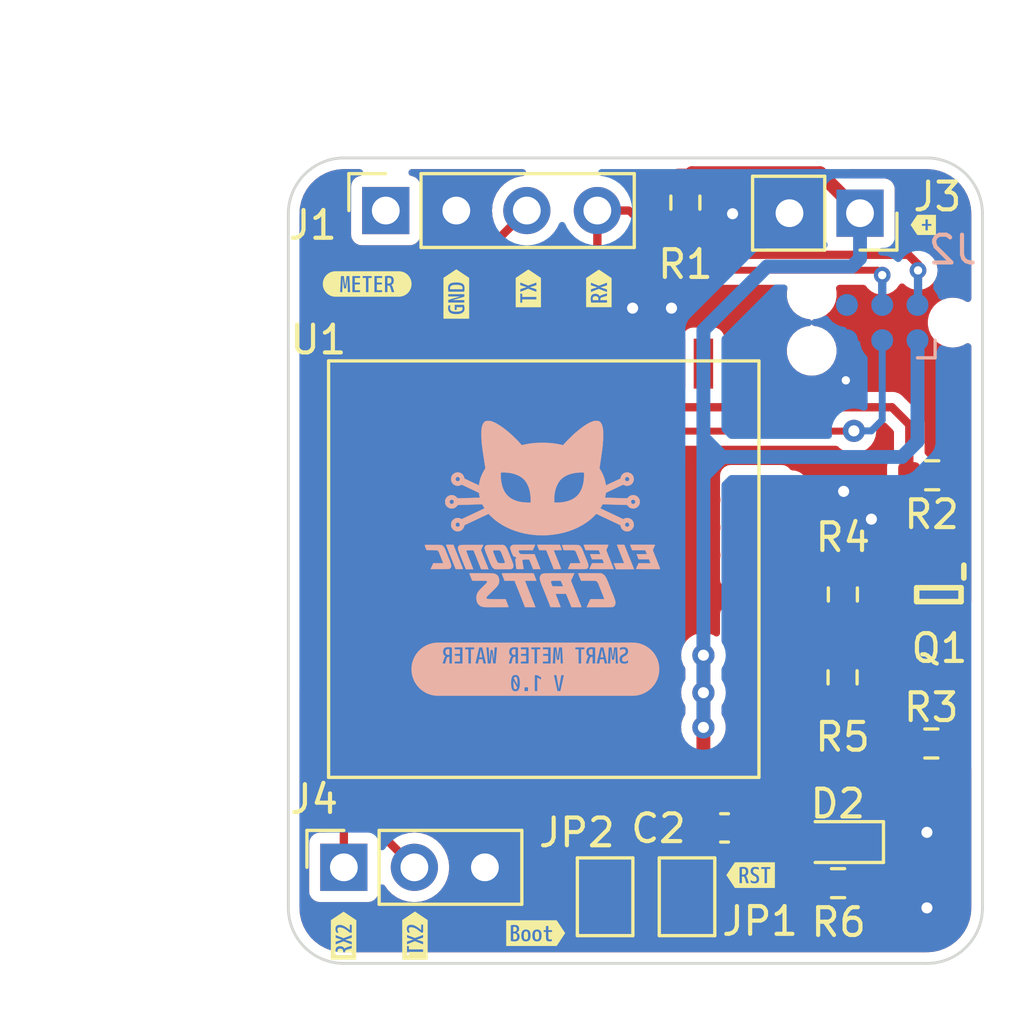
<source format=kicad_pcb>
(kicad_pcb (version 20211014) (generator pcbnew)
  (layers (0 "F.Cu" signal) (31 "B.Cu" signal) (34 "B.Paste" user) (35 "F.Paste" user) (36 "B.SilkS" user "B.Silkscreen") (37 "F.SilkS" user "F.Silkscreen") (38 "B.Mask" user) (39 "F.Mask" user) (44 "Edge.Cuts" user))
  (net 0 "")
  (net 1 "+3V3")
  (net 2 "GND")
  (net 3 "Net-(D2-Pad1)")
  (net 5 "/TX")
  (net 6 "/RX")
  (net 7 "/SWDIO")
  (net 8 "/RST")
  (net 9 "/SWCLK")
  (net 11 "/BOOT0")
  (net 12 "/D1")
  (net 13 "Net-(Q1-Pad3)")
  (net 14 "Net-(Q1-Pad4)")
  (net 15 "Net-(Q1-Pad5)")
  (net 16 "/AN1")
  (net 17 "/RX2")
  (net 18 "/TX2")
  (net 22 "/ANT")
  (net 30 "/LED")
  (footprint "kibuzzard-62CC88A2" (layer "F.Cu") (at 68.56 67 90)
    (fp_text reference "kibuzzard-62CC88A2" hide)
    (fp_text value "G***" hide)
  )
  (footprint "Capacitor_SMD:C_0603_1608Metric" (layer "F.Cu") (at 79.71 63.12)
    (fp_text reference "C2" (at -2.38 0.02) (layer "F.SilkS"))
    (fp_text value "10uF")
    (pad "1" smd roundrect (at -0.775 0) (size 0.9 0.95) (layers "F.Cu" "F.Paste" "F.Mask") (net 1 "+3V3"))
    (pad "2" smd roundrect (at 0.775 0) (size 0.9 0.95) (layers "F.Cu" "F.Paste" "F.Mask") (net 2 "GND"))
  )
  (footprint "kibuzzard-62CC3FEE" (layer "F.Cu") (at 80.65 64.82)
    (fp_text reference "kibuzzard-62CC3FEE" hide)
    (fp_text value "G***" hide)
  )
  (footprint "Connector_PinSocket_2.54mm:PinSocket_1x03_P2.54mm_Vertical" (layer "F.Cu") (at 66 64.54 90)
    (fp_text reference "J4" (at 2.45 -1.07 180) (layer "F.SilkS"))
    (fp_text value "Conn_01x03")
    (pad "1" thru_hole rect (at 0 0 90) (size 1.7 1.7) (drill 1) (layers *.Cu *.Mask) (net 17 "/RX2"))
    (pad "2" thru_hole oval (at 0 2.54 90) (size 1.7 1.7) (drill 1) (layers *.Cu *.Mask) (net 18 "/TX2"))
    (pad "3" thru_hole oval (at 0 5.08 90) (size 1.7 1.7) (drill 1) (layers *.Cu *.Mask) (net 2 "GND"))
  )
  (footprint "Resistor_SMD:R_0603_1608Metric" (layer "F.Cu") (at 87.16 60.08)
    (fp_text reference "R3" (at -0.005 -1.3) (layer "F.SilkS"))
    (fp_text value "1M")
    (pad "1" smd roundrect (at -0.825 0) (size 0.8 0.95) (layers "F.Cu" "F.Paste" "F.Mask") (net 14 "Net-(Q1-Pad4)"))
    (pad "2" smd roundrect (at 0.825 0) (size 0.8 0.95) (layers "F.Cu" "F.Paste" "F.Mask") (net 15 "Net-(Q1-Pad5)"))
  )
  (footprint "LED_SMD:LED_0603_1608Metric_Pad1.05x0.95mm_HandSolder" (layer "F.Cu") (at 83.775 63.63 180)
    (fp_text reference "D2" (at -0.015 1.38) (layer "F.SilkS"))
    (fp_text value "D13")
    (pad "1" smd roundrect (at -0.875 0 180) (size 1.05 0.95) (layers "F.Cu" "F.Paste" "F.Mask") (net 3 "Net-(D2-Pad1)"))
    (pad "2" smd roundrect (at 0.875 0 180) (size 1.05 0.95) (layers "F.Cu" "F.Paste" "F.Mask") (net 30 "/LED"))
  )
  (footprint "kibuzzard-62CC3FD0" (layer "F.Cu") (at 72.91 66.91)
    (fp_text reference "kibuzzard-62CC3FD0" hide)
    (fp_text value "G***" hide)
  )
  (footprint "Jumper:SolderJumper-2_P1.3mm_Open_Pad1.0x1.5mm" (layer "F.Cu") (at 78.36 65.6 -90)
    (fp_text reference "JP1" (at 0.88 -2.63 180) (layer "F.SilkS"))
    (fp_text value "RST")
    (pad "1" smd rect (at -0.65 0 270) (size 1 1.5) (layers "F.Cu" "F.Mask") (net 8 "/RST"))
    (pad "2" smd rect (at 0.65 0 270) (size 1 1.5) (layers "F.Cu" "F.Mask") (net 2 "GND"))
  )
  (footprint "Connector_PinSocket_2.54mm:PinSocket_1x02_P2.54mm_Vertical" (layer "F.Cu") (at 84.59 40.98 -90)
    (fp_text reference "J3" (at -0.594 -2.786) (layer "F.SilkS"))
    (fp_text value "Conn_Battery")
    (pad "1" thru_hole rect (at 0 0 270) (size 1.7 1.7) (drill 1) (layers *.Cu *.Mask) (net 1 "+3V3"))
    (pad "2" thru_hole oval (at 0 2.54 270) (size 1.7 1.7) (drill 1) (layers *.Cu *.Mask) (net 2 "GND"))
  )
  (footprint "Jumper:SolderJumper-2_P1.3mm_Open_Pad1.0x1.5mm" (layer "F.Cu") (at 75.41 65.6 -90)
    (fp_text reference "JP2" (at -2.31 1.02 180) (layer "F.SilkS"))
    (fp_text value "BOOT0")
    (pad "1" smd rect (at -0.65 0 270) (size 1 1.5) (layers "F.Cu" "F.Mask") (net 11 "/BOOT0"))
    (pad "2" smd rect (at 0.65 0 270) (size 1 1.5) (layers "F.Cu" "F.Mask") (net 2 "GND"))
  )
  (footprint "Resistor_SMD:R_0603_1608Metric" (layer "F.Cu") (at 83.9725 54.7125 -90)
    (fp_text reference "R4" (at -2.055 0 180) (layer "F.SilkS"))
    (fp_text value "1M5")
    (pad "1" smd roundrect (at -0.825 0 270) (size 0.8 0.95) (layers "F.Cu" "F.Paste" "F.Mask") (net 13 "Net-(Q1-Pad3)"))
    (pad "2" smd roundrect (at 0.825 0 270) (size 0.8 0.95) (layers "F.Cu" "F.Paste" "F.Mask") (net 16 "/AN1"))
  )
  (footprint "SSM6L56FE:SOTFL50P160X60-6N" (layer "F.Cu") (at 87.43 54.72 -90)
    (fp_text reference "Q1" (at 1.93 -0.02 180) (layer "F.SilkS"))
    (fp_text value "SSM6L56FE" hide)
    (pad "1" smd rect (at -0.832 -0.5) (size 0.3 0.465) (layers "F.Cu" "F.Paste" "F.Mask") (net 2 "GND"))
    (pad "2" smd rect (at -0.832 0) (size 0.3 0.465) (layers "F.Cu" "F.Paste" "F.Mask") (net 12 "/D1"))
    (pad "3" smd rect (at -0.832 0.5) (size 0.3 0.465) (layers "F.Cu" "F.Paste" "F.Mask") (net 13 "Net-(Q1-Pad3)"))
    (pad "4" smd rect (at 0.832 0.5) (size 0.3 0.465) (layers "F.Cu" "F.Paste" "F.Mask") (net 14 "Net-(Q1-Pad4)"))
    (pad "5" smd rect (at 0.832 0) (size 0.3 0.465) (layers "F.Cu" "F.Paste" "F.Mask") (net 15 "Net-(Q1-Pad5)"))
    (pad "6" smd rect (at 0.832 -0.5) (size 0.3 0.465) (layers "F.Cu" "F.Paste" "F.Mask") (net 15 "Net-(Q1-Pad5)"))
  )
  (footprint "Resistor_SMD:R_0603_1608Metric" (layer "F.Cu") (at 78.3 40.6 -90)
    (fp_text reference "R1" (at 2.22 0 180) (layer "F.SilkS"))
    (fp_text value "3.3K")
    (pad "1" smd roundrect (at -0.825 0 270) (size 0.8 0.95) (layers "F.Cu" "F.Paste" "F.Mask") (net 1 "+3V3"))
    (pad "2" smd roundrect (at 0.825 0 270) (size 0.8 0.95) (layers "F.Cu" "F.Paste" "F.Mask") (net 6 "/RX"))
  )
  (footprint "kibuzzard-62CC4077" (layer "F.Cu") (at 72.644 43.688 90)
    (fp_text reference "kibuzzard-62CC4077" hide)
    (fp_text value "G***" hide)
  )
  (footprint "kibuzzard-62CC9176" (layer "F.Cu") (at 66.84 43.53)
    (fp_text reference "kibuzzard-62CC9176" hide)
    (fp_text value "G***" hide)
  )
  (footprint "kibuzzard-62CC4057" (layer "F.Cu") (at 86.868 41.402)
    (fp_text reference "kibuzzard-62CC4057" hide)
    (fp_text value "G***" hide)
  )
  (footprint "Connector_PinSocket_2.54mm:PinSocket_1x04_P2.54mm_Vertical" (layer "F.Cu") (at 67.51 40.885 90)
    (fp_text reference "J1" (at -0.525 -2.63 180) (layer "F.SilkS"))
    (fp_text value "Conn_Smart meter")
    (pad "1" thru_hole rect (at 0 0 90) (size 1.7 1.7) (drill 1) (layers *.Cu *.Mask))
    (pad "2" thru_hole oval (at 0 2.54 90) (size 1.7 1.7) (drill 1) (layers *.Cu *.Mask) (net 2 "GND"))
    (pad "3" thru_hole oval (at 0 5.08 90) (size 1.7 1.7) (drill 1) (layers *.Cu *.Mask) (net 5 "/TX"))
    (pad "4" thru_hole oval (at 0 7.62 90) (size 1.7 1.7) (drill 1) (layers *.Cu *.Mask) (net 6 "/RX"))
  )
  (footprint "Resistor_SMD:R_0603_1608Metric" (layer "F.Cu") (at 83.9625 57.6975 -90)
    (fp_text reference "R5" (at 2.15 0 180) (layer "F.SilkS"))
    (fp_text value "180k")
    (pad "1" smd roundrect (at -0.825 0 270) (size 0.8 0.95) (layers "F.Cu" "F.Paste" "F.Mask") (net 16 "/AN1"))
    (pad "2" smd roundrect (at 0.825 0 270) (size 0.8 0.95) (layers "F.Cu" "F.Paste" "F.Mask") (net 2 "GND"))
  )
  (footprint "kibuzzard-62CC44ED" (layer "F.Cu") (at 70.05 43.89 90)
    (fp_text reference "kibuzzard-62CC44ED" hide)
    (fp_text value "G***" hide)
  )
  (footprint "Resistor_SMD:R_0603_1608Metric" (layer "F.Cu") (at 83.8 65.11 180)
    (fp_text reference "R6" (at -0.02 -1.41) (layer "F.SilkS"))
    (fp_text value "330")
    (pad "1" smd roundrect (at -0.825 0 180) (size 0.8 0.95) (layers "F.Cu" "F.Paste" "F.Mask") (net 3 "Net-(D2-Pad1)"))
    (pad "2" smd roundrect (at 0.825 0 180) (size 0.8 0.95) (layers "F.Cu" "F.Paste" "F.Mask") (net 2 "GND"))
  )
  (footprint "Resistor_SMD:R_0603_1608Metric" (layer "F.Cu") (at 87.19 50.42)
    (fp_text reference "R2" (at -0.02 1.41 180) (layer "F.SilkS"))
    (fp_text value "1M")
    (pad "1" smd roundrect (at -0.825 0) (size 0.8 0.95) (layers "F.Cu" "F.Paste" "F.Mask") (net 12 "/D1"))
    (pad "2" smd roundrect (at 0.825 0) (size 0.8 0.95) (layers "F.Cu" "F.Paste" "F.Mask") (net 2 "GND"))
  )
  (footprint "kibuzzard-62CC40A6" (layer "F.Cu") (at 75.184 43.688 90)
    (fp_text reference "kibuzzard-62CC40A6" hide)
    (fp_text value "G***" hide)
  )
  (footprint "kibuzzard-62CC88B8" (layer "F.Cu") (at 65.99 67 90)
    (fp_text reference "kibuzzard-62CC88B8" hide)
    (fp_text value "G***" hide)
  )
  (footprint "Rf:RAK3172" (layer "F.Cu") (at 65.45 46.3)
    (fp_text reference "U1" (at -0.37 -0.76) (layer "F.SilkS"))
    (fp_text value "RAK3172")
    (pad "1" smd rect locked (at 2.5 0.1) (size 0.7 1.8) (layers "F.Cu" "F.Paste" "F.Mask") (net 17 "/RX2"))
    (pad "2" smd rect locked (at 3.5 0.1) (size 0.7 1.8) (layers "F.Cu" "F.Paste" "F.Mask") (net 18 "/TX2"))
    (pad "3" smd rect locked (at 4.5 0.1) (size 0.7 1.8) (layers "F.Cu" "F.Paste" "F.Mask"))
    (pad "4" smd rect locked (at 5.5 0.1) (size 0.7 1.8) (layers "F.Cu" "F.Paste" "F.Mask") (net 5 "/TX"))
    (pad "5" smd rect locked (at 6.5 0.1) (size 0.7 1.8) (layers "F.Cu" "F.Paste" "F.Mask") (net 6 "/RX"))
    (pad "6" smd rect locked (at 7.5 0.1) (size 0.7 1.8) (layers "F.Cu" "F.Paste" "F.Mask") (net 12 "/D1"))
    (pad "7" smd rect locked (at 8.5 0.1) (size 0.7 1.8) (layers "F.Cu" "F.Paste" "F.Mask") (net 7 "/SWDIO"))
    (pad "8" smd rect locked (at 9.5 0.1) (size 0.7 1.8) (layers "F.Cu" "F.Paste" "F.Mask") (net 9 "/SWCLK"))
    (pad "9" smd rect locked (at 10.5 0.1) (size 0.7 1.8) (layers "F.Cu" "F.Paste" "F.Mask"))
    (pad "10" smd rect locked (at 11.5 0.1) (size 0.7 1.8) (layers "F.Cu" "F.Paste" "F.Mask"))
    (pad "11" smd rect locked (at 12.5 0.1) (size 0.7 1.8) (layers "F.Cu" "F.Paste" "F.Mask") (net 2 "GND"))
    (pad "12" smd rect locked (at 13.5 0.1) (size 0.7 1.8) (layers "F.Cu" "F.Paste" "F.Mask") (net 22 "/ANT"))
    (pad "13" smd rect locked (at 0.1 11 90) (size 0.7 1.8) (layers "F.Cu" "F.Paste" "F.Mask"))
    (pad "14" smd rect locked (at 0.1 10 90) (size 0.7 1.8) (layers "F.Cu" "F.Paste" "F.Mask"))
    (pad "15" smd rect locked (at 0.1 9 90) (size 0.7 1.8) (layers "F.Cu" "F.Paste" "F.Mask"))
    (pad "16" smd rect locked (at 0.1 8 90) (size 0.7 1.8) (layers "F.Cu" "F.Paste" "F.Mask"))
    (pad "17" smd rect locked (at 2.5 14.9) (size 0.7 1.8) (layers "F.Cu" "F.Paste" "F.Mask") (net 2 "GND"))
    (pad "18" smd rect locked (at 3.5 14.9) (size 0.7 1.8) (layers "F.Cu" "F.Paste" "F.Mask") (net 2 "GND"))
    (pad "19" smd rect locked (at 4.5 14.9) (size 0.7 1.8) (layers "F.Cu" "F.Paste" "F.Mask"))
    (pad "20" smd rect locked (at 9.5 14.9) (size 0.7 1.8) (layers "F.Cu" "F.Paste" "F.Mask"))
    (pad "21" smd rect locked (at 10.5 14.9) (size 0.7 1.8) (layers "F.Cu" "F.Paste" "F.Mask") (net 11 "/BOOT0"))
    (pad "22" smd rect locked (at 11.5 14.9) (size 0.7 1.8) (layers "F.Cu" "F.Paste" "F.Mask") (net 8 "/RST"))
    (pad "23" smd rect locked (at 12.5 14.9) (size 0.7 1.8) (layers "F.Cu" "F.Paste" "F.Mask") (net 2 "GND"))
    (pad "24" smd rect locked (at 13.5 14.9) (size 0.7 1.8) (layers "F.Cu" "F.Paste" "F.Mask") (net 1 "+3V3"))
    (pad "25" smd rect locked (at 15.4 11.5 90) (size 0.7 1.8) (layers "F.Cu" "F.Paste" "F.Mask") (net 30 "/LED"))
    (pad "26" smd rect locked (at 15.4 10.5 90) (size 0.7 1.8) (layers "F.Cu" "F.Paste" "F.Mask"))
    (pad "27" smd rect locked (at 15.4 9.5 90) (size 0.7 1.8) (layers "F.Cu" "F.Paste" "F.Mask"))
    (pad "28" smd rect locked (at 15.4 8.5 90) (size 0.7 1.8) (layers "F.Cu" "F.Paste" "F.Mask") (net 2 "GND"))
    (pad "29" smd rect locked (at 15.4 7.5 90) (size 0.7 1.8) (layers "F.Cu" "F.Paste" "F.Mask"))
    (pad "30" smd rect locked (at 15.4 6.5 90) (size 0.7 1.8) (layers "F.Cu" "F.Paste" "F.Mask"))
    (pad "31" smd rect locked (at 15.4 5.5 90) (size 0.7 1.8) (layers "F.Cu" "F.Paste" "F.Mask"))
    (pad "32" smd rect locked (at 15.4 4.5 90) (size 0.7 1.8) (layers "F.Cu" "F.Paste" "F.Mask") (net 16 "/AN1"))
  )
  (footprint "Connector:Tag-Connect_TC2030-IDC-NL_2x03_P1.27mm_Vertical" (layer "B.Cu") (at 85.39 44.92 180)
    (fp_text reference "J2" (at -2.54 2.62) (layer "B.SilkS") (effects (justify mirror)))
    (fp_text value "SWD")
    (pad "" np_thru_hole circle (at 2.54 -1.016 180) (size 0.9906 0.9906) (drill 0.9906) (layers *.Cu *.Mask))
    (pad "" np_thru_hole circle (at -2.54 0 180) (size 0.9906 0.9906) (drill 0.9906) (layers *.Cu *.Mask))
    (pad "" np_thru_hole circle (at 2.54 1.016 180) (size 0.9906 0.9906) (drill 0.9906) (layers *.Cu *.Mask))
    (pad "1" connect circle (at -1.27 -0.635 180) (size 0.7874 0.7874) (layers "B.Cu" "B.Mask") (net 1 "+3V3"))
    (pad "2" connect circle (at -1.27 0.635 180) (size 0.7874 0.7874) (layers "B.Cu" "B.Mask") (net 7 "/SWDIO"))
    (pad "3" connect circle (at 0 -0.635 180) (size 0.7874 0.7874) (layers "B.Cu" "B.Mask") (net 8 "/RST"))
    (pad "4" connect circle (at 0 0.635 180) (size 0.7874 0.7874) (layers "B.Cu" "B.Mask") (net 9 "/SWCLK"))
    (pad "5" connect circle (at 1.27 -0.635 180) (size 0.7874 0.7874) (layers "B.Cu" "B.Mask") (net 2 "GND"))
    (pad "6" connect circle (at 1.27 0.635 180) (size 0.7874 0.7874) (layers "B.Cu" "B.Mask"))
    (zone (net 0) (net_name "") (layer "B.Cu") (connect_pads (clearance 0)) (min_thickness 0.254)
      (keepout (tracks allowed) (vias not_allowed) (pads allowed) (copperpour not_allowed) (footprints not_allowed))
      (fill (thermal_gap 0.508) (thermal_bridge_width 0.508))
      (polygon (pts (xy 84.12 44.285) (xy 86.66 44.285) (xy 86.66 45.555) (xy 84.12 45.555)))
    )
  )
  (footprint "kibuzzard-62CC42D8" (layer "B.Cu") (at 72.898 57.404 180)
    (fp_text reference "kibuzzard-62CC42D8" hide)
    (fp_text value "G***" hide)
  )
  (footprint "agroin:electronic_cats_logo_8x6" (layer "B.Cu") (at 73.152 51.816 180)
    (fp_text reference "G***" hide)
    (fp_text value "LOGO" hide)
  )
  (gr_line (start 87 68) (end 66 68) (layer "Edge.Cuts") (width 0.1))
  (gr_arc (start 89 66) (mid 88.414214 67.414214) (end 87 68) (layer "Edge.Cuts") (width 0.1))
  (gr_line (start 66 38.99) (end 87 38.99) (layer "Edge.Cuts") (width 0.1))
  (gr_arc (start 64 41) (mid 64.585182 39.582245) (end 66 38.99) (layer "Edge.Cuts") (width 0.1))
  (gr_line (start 64 66) (end 64 41) (layer "Edge.Cuts") (width 0.1))
  (gr_line (start 89 41) (end 89 66) (layer "Edge.Cuts") (width 0.1))
  (gr_arc (start 87 38.99) (mid 88.414812 39.582251) (end 89 41) (layer "Edge.Cuts") (width 0.1))
  (gr_arc (start 66 68) (mid 64.585786 67.414214) (end 64 66) (layer "Edge.Cuts") (width 0.1))
  (segment (start 78.95 59.5) (end 78.95 61.2) (width 0.5) (layer "F.Cu") (net 1))
  (segment (start 78.535 39.54) (end 78.3 39.775) (width 0.5) (layer "F.Cu") (net 1))
  (segment (start 83.15 39.54) (end 78.535 39.54) (width 0.5) (layer "F.Cu") (net 1))
  (segment (start 78.995 63.12) (end 78.935 63.06) (width 0.5) (layer "F.Cu") (net 1))
  (segment (start 78.95 59.5) (end 78.95 58.25) (width 0.5) (layer "F.Cu") (net 1))
  (segment (start 78.935 63.06) (end 78.935 61.215) (width 0.5) (layer "F.Cu") (net 1))
  (segment (start 78.95 58.25) (end 78.95 56.9) (width 0.5) (layer "F.Cu") (net 1))
  (segment (start 84.59 40.98) (end 83.15 39.54) (width 0.5) (layer "F.Cu") (net 1))
  (segment (start 78.935 61.215) (end 78.95 61.2) (width 0.5) (layer "F.Cu") (net 1))
  (via (at 78.95 56.9) (size 0.8) (drill 0.4) (layers "F.Cu" "B.Cu") (net 1))
  (via (at 78.95 59.5) (size 0.8) (drill 0.4) (layers "F.Cu" "B.Cu") (net 1))
  (via (at 78.95 58.25) (size 0.8) (drill 0.4) (layers "F.Cu" "B.Cu") (net 1))
  (segment (start 78.95 49.2) (end 78.95 50.36) (width 0.5) (layer "B.Cu") (net 1))
  (segment (start 84.59 40.98) (end 84.59 42.61) (width 0.5) (layer "B.Cu") (net 1))
  (segment (start 81.24 42.9) (end 78.95 45.19) (width 0.5) (layer "B.Cu") (net 1))
  (segment (start 78.95 50.65) (end 78.95 50.14) (width 0.5) (layer "B.Cu") (net 1))
  (segment (start 78.95 49.38) (end 79.33 49.76) (width 0.5) (layer "B.Cu") (net 1))
  (segment (start 79.07 49.2) (end 79.63 49.76) (width 0.5) (layer "B.Cu") (net 1))
  (segment (start 86.1 49.76) (end 86.66 49.2) (width 0.5) (layer "B.Cu") (net 1))
  (segment (start 78.95 49.2) (end 79.07 49.2) (width 0.5) (layer "B.Cu") (net 1))
  (segment (start 78.95 50.44) (end 79.63 49.76) (width 0.5) (layer "B.Cu") (net 1))
  (segment (start 78.95 50.65) (end 78.95 50.44) (width 0.5) (layer "B.Cu") (net 1))
  (segment (start 78.95 59.5) (end 78.95 56.9) (width 0.5) (layer "B.Cu") (net 1))
  (segment (start 78.95 56.9) (end 78.95 50.65) (width 0.5) (layer "B.Cu") (net 1))
  (segment (start 78.95 49.77) (end 78.96 49.76) (width 0.5) (layer "B.Cu") (net 1))
  (segment (start 84.59 42.61) (end 84.3 42.9) (width 0.5) (layer "B.Cu") (net 1))
  (segment (start 78.95 45.19) (end 78.95 49.2) (width 0.5) (layer "B.Cu") (net 1))
  (segment (start 78.96 49.76) (end 79.33 49.76) (width 0.5) (layer "B.Cu") (net 1))
  (segment (start 79.33 49.76) (end 79.63 49.76) (width 0.5) (layer "B.Cu") (net 1))
  (segment (start 84.3 42.9) (end 81.24 42.9) (width 0.5) (layer "B.Cu") (net 1))
  (segment (start 79.63 49.76) (end 86.1 49.76) (width 0.5) (layer "B.Cu") (net 1))
  (segment (start 78.95 49.2) (end 78.95 49.38) (width 0.5) (layer "B.Cu") (net 1))
  (segment (start 86.66 49.2) (end 86.66 45.555) (width 0.5) (layer "B.Cu") (net 1))
  (segment (start 78.95 50.14) (end 79.33 49.76) (width 0.5) (layer "B.Cu") (net 1))
  (via (at 76.4 44.4) (size 0.8) (drill 0.4) (layers "F.Cu" "B.Cu") (net 2))
  (via (at 87 66) (size 0.8) (drill 0.4) (layers "F.Cu" "B.Cu") (net 2))
  (via (at 84 51) (size 0.8) (drill 0.4) (layers "F.Cu" "B.Cu") (net 2))
  (via (at 85 52) (size 0.8) (drill 0.4) (layers "F.Cu" "B.Cu") (net 2))
  (via (at 84.08 47) (size 0.6) (drill 0.3) (layers "F.Cu" "B.Cu") (net 2))
  (via (at 77.8 44.4) (size 0.8) (drill 0.4) (layers "F.Cu" "B.Cu") (net 2))
  (via (at 87 63.28) (size 0.8) (drill 0.4) (layers "F.Cu" "B.Cu") (net 2))
  (via (at 80 41) (size 0.8) (drill 0.4) (layers "F.Cu" "B.Cu") (net 2))
  (segment (start 84.12 46.96) (end 84.12 45.555) (width 0.3) (layer "B.Cu") (net 2))
  (segment (start 84.08 47) (end 84.12 46.96) (width 0.3) (layer "B.Cu") (net 2))
  (segment (start 84.625 63.655) (end 84.65 63.63) (width 0.3) (layer "F.Cu") (net 3))
  (segment (start 84.625 65.11) (end 84.625 63.655) (width 0.3) (layer "F.Cu") (net 3))
  (segment (start 70.95 42.525) (end 70.95 46.4) (width 0.3) (layer "F.Cu") (net 5))
  (segment (start 72.59 40.885) (end 70.95 42.525) (width 0.3) (layer "F.Cu") (net 5))
  (segment (start 71.95 46.4) (end 71.95 42.9) (width 0.3) (layer "F.Cu") (net 6))
  (segment (start 78.3 41.425) (end 76.795 41.425) (width 0.25) (layer "F.Cu") (net 6))
  (segment (start 75.13 42.52) (end 75.13 40.885) (width 0.3) (layer "F.Cu") (net 6))
  (segment (start 71.95 42.9) (end 72.15 42.7) (width 0.3) (layer "F.Cu") (net 6))
  (segment (start 74.95 42.7) (end 75.13 42.52) (width 0.3) (layer "F.Cu") (net 6))
  (segment (start 72.15 42.7) (end 74.95 42.7) (width 0.3) (layer "F.Cu") (net 6))
  (segment (start 75.13 40.885) (end 76.255 40.885) (width 0.3) (layer "F.Cu") (net 6))
  (segment (start 76.795 41.425) (end 76.255 40.885) (width 0.25) (layer "F.Cu") (net 6))
  (segment (start 74 44.548928) (end 74 46.35) (width 0.3) (layer "F.Cu") (net 7))
  (segment (start 86.329335 42.479335) (end 76.069593 42.479335) (width 0.3) (layer "F.Cu") (net 7))
  (segment (start 76.069593 42.479335) (end 74 44.548928) (width 0.3) (layer "F.Cu") (net 7))
  (segment (start 74 46.35) (end 73.95 46.4) (width 0.25) (layer "F.Cu") (net 7))
  (segment (start 86.68 42.83) (end 86.329335 42.479335) (width 0.3) (layer "F.Cu") (net 7))
  (segment (start 86.68 43.04) (end 86.68 42.83) (width 0.3) (layer "F.Cu") (net 7))
  (via (at 86.68 43.04) (size 0.6) (drill 0.3) (layers "F.Cu" "B.Cu") (net 7))
  (segment (start 86.68 43.04) (end 86.68 44.265) (width 0.3) (layer "B.Cu") (net 7))
  (segment (start 86.68 44.265) (end 86.66 44.285) (width 0.3) (layer "B.Cu") (net 7))
  (segment (start 76.92 61.23) (end 76.95 61.2) (width 0.25) (layer "F.Cu") (net 8))
  (segment (start 78.36 64.95) (end 76.92 63.51) (width 0.3) (layer "F.Cu") (net 8))
  (segment (start 84.359989 48.83) (end 77.49 48.83) (width 0.25) (layer "F.Cu") (net 8))
  (segment (start 84.37 48.819989) (end 84.359989 48.83) (width 0.25) (layer "F.Cu") (net 8))
  (segment (start 76.92 63.51) (end 76.92 61.23) (width 0.3) (layer "F.Cu") (net 8))
  (segment (start 76.95 49.37) (end 76.95 61.2) (width 0.25) (layer "F.Cu") (net 8))
  (segment (start 77.49 48.83) (end 76.95 49.37) (width 0.25) (layer "F.Cu") (net 8))
  (via (at 84.37 48.819989) (size 0.8) (drill 0.4) (layers "F.Cu" "B.Cu") (net 8))
  (segment (start 85.39 48.43) (end 85.39 45.555) (width 0.25) (layer "B.Cu") (net 8))
  (segment (start 85.000011 48.819989) (end 85.39 48.43) (width 0.25) (layer "B.Cu") (net 8))
  (segment (start 84.37 48.819989) (end 85.000011 48.819989) (width 0.25) (layer "B.Cu") (net 8))
  (segment (start 85.214179 43.034179) (end 76.185821 43.034179) (width 0.25) (layer "F.Cu") (net 9))
  (segment (start 76.185821 43.034179) (end 74.95 44.27) (width 0.25) (layer "F.Cu") (net 9))
  (segment (start 74.95 44.27) (end 74.95 46.4) (width 0.25) (layer "F.Cu") (net 9))
  (segment (start 85.39 43.21) (end 85.214179 43.034179) (width 0.25) (layer "F.Cu") (net 9))
  (via (at 85.39 43.21) (size 0.6) (drill 0.3) (layers "F.Cu" "B.Cu") (net 9))
  (segment (start 85.39 43.21) (end 85.39 44.285) (width 0.3) (layer "B.Cu") (net 9))
  (segment (start 75.41 64.95) (end 75.95 64.41) (width 0.3) (layer "F.Cu") (net 11))
  (segment (start 75.95 64.41) (end 75.95 61.2) (width 0.3) (layer "F.Cu") (net 11))
  (segment (start 86.365 50.42) (end 86.365 48.595) (width 0.3) (layer "F.Cu") (net 12))
  (segment (start 76.4 47.97) (end 76.38 47.99) (width 0.3) (layer "F.Cu") (net 12))
  (segment (start 86.365 50.42) (end 86.365 51.335) (width 0.3) (layer "F.Cu") (net 12))
  (segment (start 73.34 47.99) (end 72.95 47.6) (width 0.3) (layer "F.Cu") (net 12))
  (segment (start 86.365 51.335) (end 87.43 52.4) (width 0.3) (layer "F.Cu") (net 12))
  (segment (start 87.43 52.4) (end 87.43 53.888) (width 0.3) (layer "F.Cu") (net 12))
  (segment (start 85.74 47.97) (end 76.4 47.97) (width 0.3) (layer "F.Cu") (net 12))
  (segment (start 86.365 48.595) (end 85.74 47.97) (width 0.3) (layer "F.Cu") (net 12))
  (segment (start 72.95 47.6) (end 72.95 46.4) (width 0.3) (layer "F.Cu") (net 12))
  (segment (start 76.38 47.99) (end 73.34 47.99) (width 0.3) (layer "F.Cu") (net 12))
  (segment (start 83.9725 53.8875) (end 86.9295 53.8875) (width 0.3) (layer "F.Cu") (net 13))
  (segment (start 86.9295 53.8875) (end 86.93 53.888) (width 0.3) (layer "F.Cu") (net 13))
  (segment (start 86.335 56.245) (end 86.93 55.65) (width 0.3) (layer "F.Cu") (net 14))
  (segment (start 86.335 60.08) (end 86.335 56.245) (width 0.3) (layer "F.Cu") (net 14))
  (segment (start 86.93 55.65) (end 86.93 55.552) (width 0.3) (layer "F.Cu") (net 14))
  (segment (start 87.93 55.552) (end 87.43 55.552) (width 0.3) (layer "F.Cu") (net 15))
  (segment (start 87.93 60.025) (end 87.93 55.552) (width 0.3) (layer "F.Cu") (net 15))
  (segment (start 87.985 60.08) (end 87.93 60.025) (width 0.3) (layer "F.Cu") (net 15))
  (segment (start 83.9625 55.5475) (end 83.9725 55.5375) (width 0.3) (layer "F.Cu") (net 16))
  (segment (start 82.7225 51.3725) (end 82.15 50.8) (width 0.3) (layer "F.Cu") (net 16))
  (segment (start 83.9625 56.8725) (end 83.9625 55.5475) (width 0.3) (layer "F.Cu") (net 16))
  (segment (start 82.7225 55.2775) (end 82.7225 51.3725) (width 0.3) (layer "F.Cu") (net 16))
  (segment (start 82.9825 55.5375) (end 82.7225 55.2775) (width 0.3) (layer "F.Cu") (net 16))
  (segment (start 82.15 50.8) (end 80.85 50.8) (width 0.3) (layer "F.Cu") (net 16))
  (segment (start 83.9725 55.5375) (end 82.9825 55.5375) (width 0.3) (layer "F.Cu") (net 16))
  (segment (start 66 59.15) (end 67.95 57.2) (width 0.3) (layer "F.Cu") (net 17))
  (segment (start 66 64.54) (end 66 59.15) (width 0.3) (layer "F.Cu") (net 17))
  (segment (start 67.95 57.2) (end 67.95 46.4) (width 0.3) (layer "F.Cu") (net 17))
  (segment (start 66.74 59.225718) (end 68.95 57.015718) (width 0.3) (layer "F.Cu") (net 18))
  (segment (start 68.95 57.015718) (end 68.95 46.4) (width 0.3) (layer "F.Cu") (net 18))
  (segment (start 66.74 62.74) (end 66.74 59.225718) (width 0.3) (layer "F.Cu") (net 18))
  (segment (start 68.54 64.54) (end 66.74 62.74) (width 0.3) (layer "F.Cu") (net 18))
  (segment (start 81.85 58.8) (end 80.85 57.8) (width 0.3) (layer "F.Cu") (net 30))
  (segment (start 81.85 62.58) (end 81.85 58.8) (width 0.3) (layer "F.Cu") (net 30))
  (segment (start 82.9 63.63) (end 81.85 62.58) (width 0.3) (layer "F.Cu") (net 30))
  (zone (net 2) (net_name "GND") (layers F&B.Cu) (connect_pads yes (clearance 0.4)) (min_thickness 0.254) (fill yes (thermal_gap 0.508) (thermal_bridge_width 0.508))
    (polygon (pts (xy 90.52 69.83) (xy 62.36 69.94) (xy 62.36 36.94) (xy 90.5 36.94)))
  )
)
</source>
